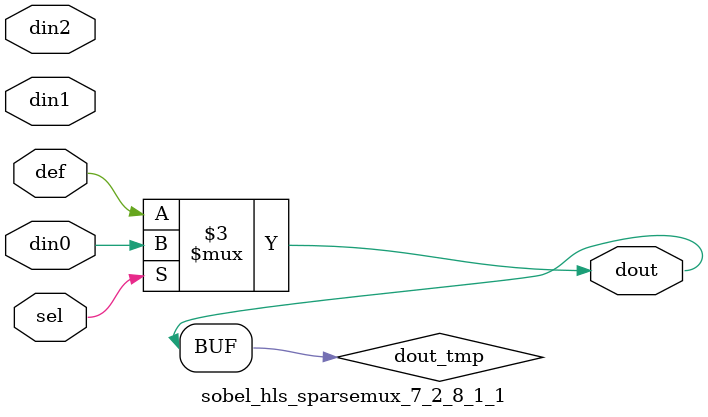
<source format=v>
`timescale 1ns / 1ps

module sobel_hls_sparsemux_7_2_8_1_1 (din0,din1,din2,def,sel,dout);

parameter din0_WIDTH = 1;

parameter din1_WIDTH = 1;

parameter din2_WIDTH = 1;

parameter def_WIDTH = 1;
parameter sel_WIDTH = 1;
parameter dout_WIDTH = 1;

parameter [sel_WIDTH-1:0] CASE0 = 1;

parameter [sel_WIDTH-1:0] CASE1 = 1;

parameter [sel_WIDTH-1:0] CASE2 = 1;

parameter ID = 1;
parameter NUM_STAGE = 1;



input [din0_WIDTH-1:0] din0;

input [din1_WIDTH-1:0] din1;

input [din2_WIDTH-1:0] din2;

input [def_WIDTH-1:0] def;
input [sel_WIDTH-1:0] sel;

output [dout_WIDTH-1:0] dout;



reg [dout_WIDTH-1:0] dout_tmp;

always @ (*) begin
case (sel)
    
    CASE0 : dout_tmp = din0;
    
    CASE1 : dout_tmp = din1;
    
    CASE2 : dout_tmp = din2;
    
    default : dout_tmp = def;
endcase
end


assign dout = dout_tmp;



endmodule

</source>
